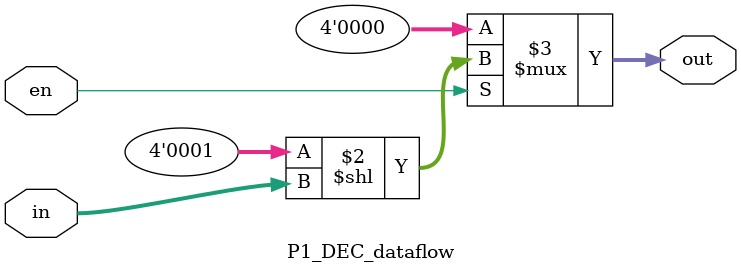
<source format=v>

module P1_DEC_dataflow(
    output      [3:0]   out,
    input       [1:0]   in,
    input               en
);

    assign  out = (en == 1'b1) ? (4'd1 << in) : 4'd0;

endmodule
</source>
